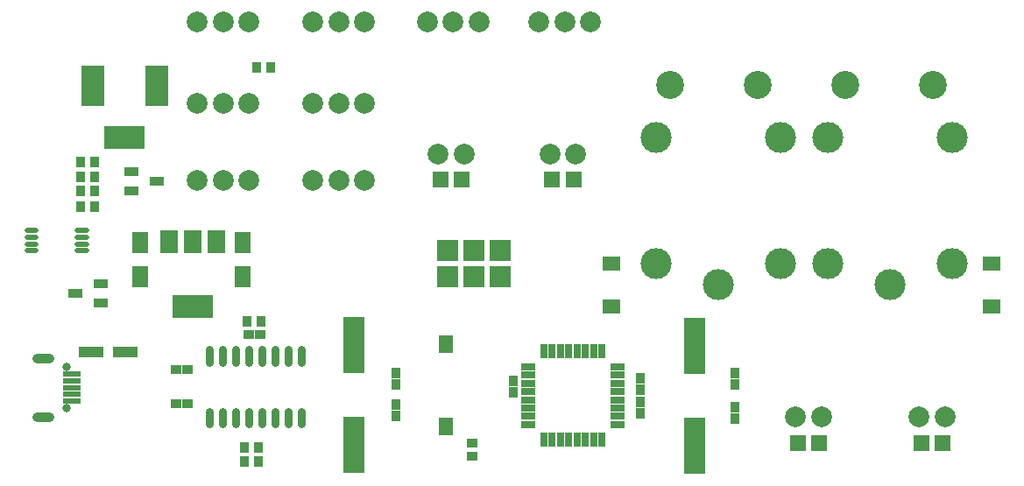
<source format=gts>
G04 ---------------------------- Layer name :TOP SOLDER LAYER*
G04 EasyEDA v5.8.22, Wed, 05 Dec 2018 03:51:52 GMT*
G04 5ecc0feef65b44bfa0a9ec5bdeff4b52*
G04 Gerber Generator version 0.2*
G04 Scale: 100 percent, Rotated: No, Reflected: No *
G04 Dimensions in millimeters *
G04 leading zeros omitted , absolute positions ,3 integer and 3 decimal *
%FSLAX33Y33*%
%MOMM*%
G90*
G71D02*

%ADD51C,0.903199*%
%ADD52C,0.543204*%
%ADD53C,0.803199*%
%ADD54R,2.082800X2.082800*%
%ADD55R,1.403096X1.703197*%
%ADD56R,2.133600X5.537200*%
%ADD57R,1.803197X0.603199*%
%ADD58R,2.235200X3.860800*%
%ADD59R,3.860800X2.235200*%
%ADD60R,4.003192X2.203196*%
%ADD61R,1.703197X2.203196*%
%ADD62R,1.562100X2.019300*%
%ADD63R,1.453210X0.903199*%
%ADD64R,2.403196X1.003198*%
%ADD65C,2.003196*%
%ADD66R,1.503680X1.602740*%
%ADD67C,2.997200*%
%ADD68C,2.703195*%
%ADD69R,1.673860X1.473200*%
%ADD70R,1.473200X0.762000*%
%ADD71R,0.762000X1.473200*%
%ADD72R,0.911860X1.016000*%
%ADD73R,0.904240X1.102360*%
%ADD74R,1.102360X0.904240*%
%ADD75R,1.016000X0.911860*%

%LPD*%
G54D51*
G01X2371Y13480D02*
G01X3571Y13480D01*
G01X2371Y7830D02*
G01X3571Y7830D01*
G54D52*
G01X6274Y23905D02*
G01X7134Y23905D01*
G01X6274Y24555D02*
G01X7134Y24555D01*
G01X6274Y25205D02*
G01X7134Y25205D01*
G01X6274Y25856D02*
G01X7134Y25856D01*
G01X1422Y25861D02*
G01X2282Y25861D01*
G01X1422Y25211D02*
G01X2282Y25211D01*
G01X1422Y24560D02*
G01X2282Y24560D01*
G01X1422Y23910D02*
G01X2282Y23910D01*
G54D53*
G01X27916Y13127D02*
G01X27916Y14327D01*
G01X26646Y13127D02*
G01X26646Y14327D01*
G01X25376Y13127D02*
G01X25376Y14327D01*
G01X24106Y13127D02*
G01X24106Y14327D01*
G01X22836Y13127D02*
G01X22836Y14327D01*
G01X21566Y13127D02*
G01X21566Y14327D01*
G01X20296Y13127D02*
G01X20296Y14327D01*
G01X19026Y13127D02*
G01X19026Y14327D01*
G01X27916Y7183D02*
G01X27916Y8383D01*
G01X26646Y7183D02*
G01X26646Y8383D01*
G01X25376Y7183D02*
G01X25376Y8383D01*
G01X24106Y7183D02*
G01X24106Y8383D01*
G01X22836Y7183D02*
G01X22836Y8383D01*
G01X21566Y7183D02*
G01X21566Y8383D01*
G01X20296Y7183D02*
G01X20296Y8383D01*
G01X19026Y7183D02*
G01X19026Y8383D01*
G54D54*
G01X42036Y21424D03*
G01X42036Y23964D03*
G01X44576Y21424D03*
G01X44576Y23964D03*
G01X47116Y21424D03*
G01X47116Y23964D03*
G54D55*
G01X41912Y6880D03*
G01X41912Y14881D03*
G54D56*
G01X65912Y14693D03*
G01X65912Y5041D03*
G54D57*
G01X5715Y9359D03*
G01X5715Y10010D03*
G01X5715Y10660D03*
G01X5715Y11309D03*
G01X5715Y11959D03*
G54D53*
G01X5200Y8648D03*
G01X5200Y12661D03*
G54D58*
G01X7749Y39837D03*
G01X13972Y39837D03*
G54D59*
G01X10797Y34884D03*
G54D60*
G01X17399Y18502D03*
G54D61*
G01X17400Y24803D03*
G01X15100Y24803D03*
G01X19700Y24803D03*
G54D62*
G01X12343Y21426D03*
G01X12343Y24702D03*
G01X22249Y21426D03*
G01X22249Y24702D03*
G54D63*
G01X6062Y19790D03*
G01X8562Y20740D03*
G01X8562Y18840D03*
G01X13972Y30601D03*
G01X11473Y29651D03*
G01X11473Y31551D03*
G54D56*
G01X33020Y14820D03*
G01X33020Y5168D03*
G54D64*
G01X7632Y14065D03*
G01X10934Y14065D03*
G54D65*
G01X87629Y7835D03*
G01X90131Y7835D03*
G54D66*
G01X89932Y5296D03*
G01X87831Y5296D03*
G54D65*
G01X75691Y7835D03*
G01X78193Y7835D03*
G54D66*
G01X77994Y5296D03*
G01X75894Y5296D03*
G54D65*
G01X41150Y33234D03*
G01X43651Y33234D03*
G54D66*
G01X43452Y30821D03*
G01X41352Y30821D03*
G54D65*
G01X51943Y33235D03*
G01X54444Y33235D03*
G54D66*
G01X54245Y30823D03*
G01X52145Y30823D03*
G54D65*
G01X22862Y46061D03*
G01X20360Y46061D03*
G01X17860Y46061D03*
G01X34040Y46059D03*
G01X31538Y46059D03*
G01X29038Y46059D03*
G01X45089Y46059D03*
G01X42587Y46059D03*
G01X40087Y46059D03*
G01X55880Y46062D03*
G01X53378Y46062D03*
G01X50878Y46062D03*
G54D67*
G01X90835Y34864D03*
G01X84835Y20662D03*
G01X78836Y22661D03*
G01X90835Y22661D03*
G01X78836Y34864D03*
G01X74196Y34865D03*
G01X68196Y20664D03*
G01X62197Y22663D03*
G01X74196Y22663D03*
G01X62197Y34865D03*
G54D68*
G01X80459Y39903D03*
G01X88958Y39903D03*
G01X63570Y39901D03*
G01X72069Y39901D03*
G54D69*
G01X94616Y18501D03*
G01X94616Y22616D03*
G01X57911Y18502D03*
G01X57911Y22617D03*
G54D65*
G01X22860Y38188D03*
G01X20358Y38188D03*
G01X17858Y38188D03*
G01X34038Y38187D03*
G01X31536Y38187D03*
G01X29036Y38187D03*
G01X22862Y30694D03*
G01X20360Y30694D03*
G01X17860Y30694D03*
G01X34036Y30695D03*
G01X31534Y30695D03*
G01X29034Y30695D03*
G54D70*
G01X58453Y7104D03*
G01X58453Y7891D03*
G01X58453Y8704D03*
G01X58453Y9491D03*
G01X58453Y10304D03*
G01X58453Y11092D03*
G01X58453Y11904D03*
G01X58453Y12692D03*
G54D71*
G01X56954Y14190D03*
G01X56167Y14190D03*
G01X55354Y14190D03*
G01X54566Y14190D03*
G01X53754Y14190D03*
G01X52966Y14190D03*
G01X52153Y14190D03*
G01X51366Y14190D03*
G54D70*
G01X49867Y12692D03*
G01X49867Y11904D03*
G01X49867Y11092D03*
G01X49867Y10304D03*
G01X49867Y9491D03*
G01X49867Y8704D03*
G01X49867Y7891D03*
G01X49867Y7104D03*
G54D71*
G01X51366Y5605D03*
G01X52153Y5605D03*
G01X52966Y5605D03*
G01X53754Y5605D03*
G01X54566Y5605D03*
G01X55354Y5605D03*
G01X56167Y5605D03*
G01X56954Y5605D03*
G54D72*
G01X60706Y11567D03*
G01X60706Y10454D03*
G01X60708Y9279D03*
G01X60708Y8167D03*
G01X48389Y11311D03*
G01X48389Y10199D03*
G54D73*
G01X24917Y41617D03*
G01X23596Y41617D03*
G54D74*
G01X44450Y4000D03*
G01X44450Y5321D03*
G54D73*
G01X24028Y17106D03*
G01X22707Y17106D03*
G54D72*
G01X69850Y12075D03*
G01X69850Y10962D03*
G01X69850Y7660D03*
G01X69850Y8773D03*
G54D73*
G01X7899Y29679D03*
G01X6578Y29679D03*
G01X7899Y28155D03*
G01X6578Y28155D03*
G01X6578Y31076D03*
G01X7899Y31076D03*
G01X7901Y32472D03*
G01X6580Y32472D03*
G54D75*
G01X16939Y9105D03*
G01X15826Y9105D03*
G54D73*
G01X23774Y4914D03*
G01X22453Y4914D03*
G01X23774Y3517D03*
G01X22453Y3517D03*
G54D72*
G01X37084Y12075D03*
G01X37084Y10962D03*
G01X37086Y7913D03*
G01X37086Y9025D03*
G54D75*
G01X16939Y12407D03*
G01X15826Y12407D03*
G01X22813Y15835D03*
G01X23926Y15835D03*
M00*
M02*

</source>
